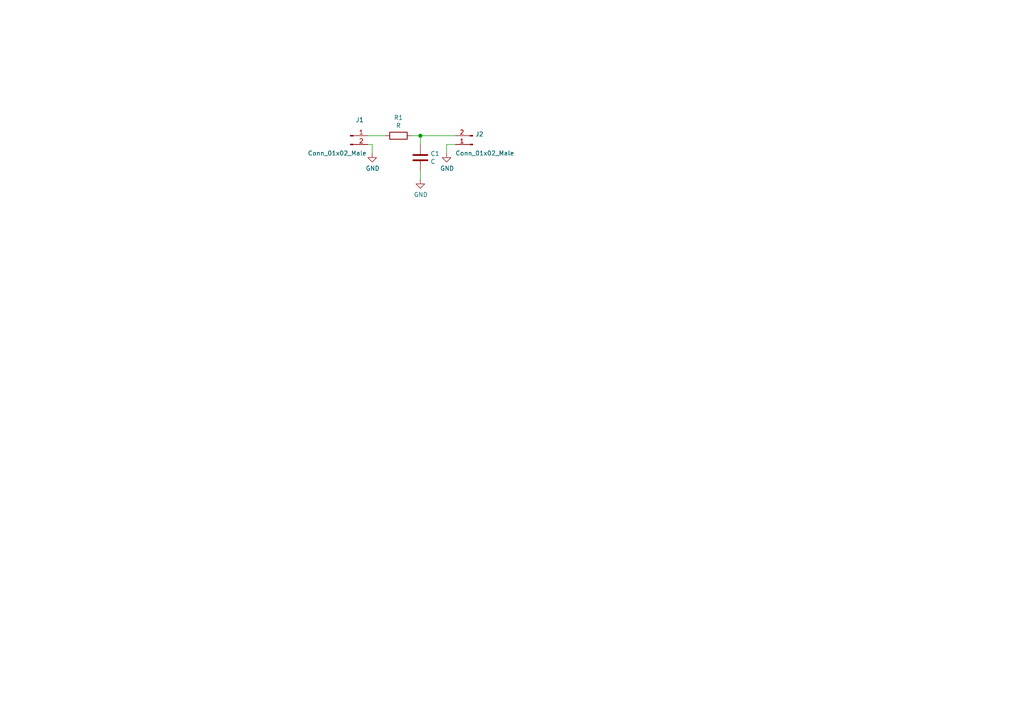
<source format=kicad_sch>
(kicad_sch (version 20230121) (generator eeschema)
  (paper "A4")
  (lib_symbols
    (symbol "Connector:Conn_01x02_Male" (pin_names (offset 1.016) hide)
      (property "Reference" "J" (at 0 2.54 0))
      (property "Value" "Conn_01x02_Male" (at 0 -5.08 0))
      (symbol "Conn_01x02_Male_1_1"
        (polyline (pts (xy 1.27 -2.54) (xy 0.8636 -2.54)) (stroke (width 0.1524)))
        (polyline (pts (xy 1.27 0) (xy 0.8636 0)) (stroke (width 0.1524)))
        (rectangle (start 0.8636 -2.413) (end 0 -2.667) (stroke (width 0.1524)) (fill (type outline)))
        (rectangle (start 0.8636 0.127) (end 0 -0.127) (stroke (width 0.1524)) (fill (type outline)))
        (pin passive line (at 5.08 0 180) (length 3.81) (name "Pin_1") (number "1"))
        (pin passive line (at 5.08 -2.54 180) (length 3.81) (name "Pin_2") (number "2"))
      )
    )
    (symbol "Device:C" (pin_numbers hide) (pin_names (offset 0.254))
      (property "Reference" "C" (at 0.635 2.54 0))
      (property "Value" "C" (at 0.635 -2.54 0))
      (symbol "C_0_1"
        (polyline (pts (xy -2.032 -0.762) (xy 2.032 -0.762)) (stroke (width 0.508)))
        (polyline (pts (xy -2.032 0.762) (xy 2.032 0.762)) (stroke (width 0.508)))
      )
      (symbol "C_1_1"
        (pin passive line (at 0 3.81 270) (length 2.794) (name "~") (number "1"))
        (pin passive line (at 0 -3.81 90) (length 2.794) (name "~") (number "2"))
      )
    )
    (symbol "Device:R" (pin_numbers hide) (pin_names (offset 0))
      (property "Reference" "R" (at 2.032 0 90))
      (property "Value" "R" (at 0 0 90))
      (symbol "R_0_1"
        (rectangle (start -1.016 -2.54) (end 1.016 2.54) (stroke (width 0.254)))
      )
      (symbol "R_1_1"
        (pin passive line (at 0 3.81 270) (length 1.27) (name "~") (number "1"))
        (pin passive line (at 0 -3.81 90) (length 1.27) (name "~") (number "2"))
      )
    )
    (symbol "power:GND" (power) (pin_names (offset 0))
      (property "Value" "GND" (at 0 -3.81 0))
      (symbol "GND_0_1"
        (polyline (pts (xy 0 0) (xy 0 -1.27) (xy 1.27 -1.27) (xy 0 -2.54) (xy -1.27 -1.27) (xy 0 -1.27)))
      )
      (symbol "GND_1_1"
        (pin power_in line (at 0 0 270) (length 0) hide (name "GND") (number "1"))
      )
    )
  )
  (junction (at 121.92 39.37) (diameter 1.016))
  (wire (pts (xy 107.95 41.91) (xy 106.68 41.91)))
  (wire (pts (xy 121.92 41.91) (xy 121.92 39.37)))
  (wire (pts (xy 132.08 41.91) (xy 129.54 41.91)))
  (wire (pts (xy 129.54 41.91) (xy 129.54 44.45)))
  (wire (pts (xy 121.92 39.37) (xy 119.38 39.37)))
  (wire (pts (xy 107.95 44.45) (xy 107.95 41.91)))
  (wire (pts (xy 121.92 52.07) (xy 121.92 49.53)))
  (wire (pts (xy 132.08 39.37) (xy 121.92 39.37)))
  (wire (pts (xy 106.68 39.37) (xy 111.76 39.37)))
  (symbol (lib_id "Connector:Conn_01x02_Male") (at 101.6 39.37 0) (unit 1)
    (property "Reference" "J1" (at 104.3432 34.7726 0))
    (property "Value" "Conn_01x02_Male" (at 97.79 44.45 0))
    (property "Footprint" "Connector_PinHeader_2.54mm:PinHeader_1x02_P2.54mm_Vertical" (effects hide))
  )
  (symbol (lib_id "Connector:Conn_01x02_Male") (at 137.16 41.91 180) (unit 1)
    (property "Reference" "J2" (at 137.8712 38.9128 0) (effects (justify right)))
    (property "Value" "Conn_01x02_Male" (at 132.08 44.45 0) (effects (justify right)))
    (property "Footprint" "Connector_PinHeader_2.54mm:PinHeader_1x02_P2.54mm_Vertical" (effects hide))
  )
  (symbol (lib_id "Device:R") (at 115.57 39.37 270) (unit 1)
    (property "Reference" "R1" (at 115.57 34.1122 90))
    (property "Value" "R" (at 115.57 36.4236 90))
    (property "Footprint" "Resistor_SMD:R_0805_2012Metric" (effects hide))
  )
  (symbol (lib_id "Device:C") (at 121.92 45.72 0) (unit 1)
    (property "Reference" "C1" (at 124.841 44.5516 0) (effects (justify left)))
    (property "Value" "C" (at 124.841 46.863 0) (effects (justify left)))
    (property "Footprint" "Capacitor_SMD:C_0805_2012Metric" (effects hide))
  )
  (symbol (lib_id "power:GND") (at 121.92 52.07 0) (unit 1)
    (property "Reference" "#PWR02" (effects hide))
    (property "Value" "GND" (at 122.047 56.4642 0))
  )
  (symbol (lib_id "power:GND") (at 107.95 44.45 0) (unit 1)
    (property "Reference" "#PWR01" (effects hide))
    (property "Value" "GND" (at 108.077 48.8442 0))
  )
  (symbol (lib_id "power:GND") (at 129.54 44.45 0) (unit 1)
    (property "Reference" "#PWR03" (effects hide))
    (property "Value" "GND" (at 129.667 48.8442 0))
  )
)
</source>
